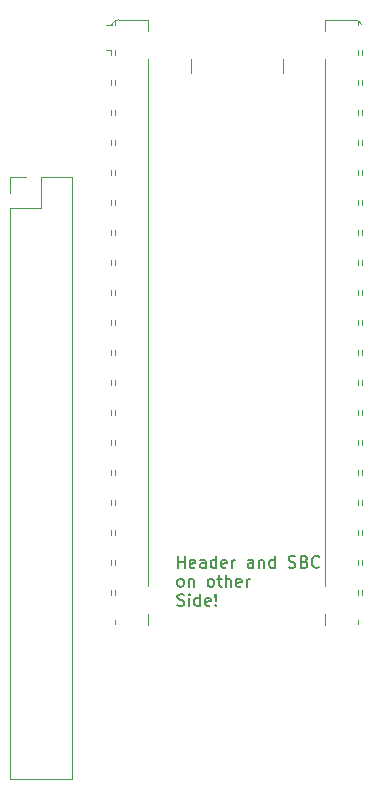
<source format=gto>
%TF.GenerationSoftware,KiCad,Pcbnew,9.0.3*%
%TF.CreationDate,2025-08-16T09:01:18+02:00*%
%TF.ProjectId,PicoCalcPiZero,5069636f-4361-46c6-9350-695a65726f2e,rev?*%
%TF.SameCoordinates,Original*%
%TF.FileFunction,Legend,Top*%
%TF.FilePolarity,Positive*%
%FSLAX46Y46*%
G04 Gerber Fmt 4.6, Leading zero omitted, Abs format (unit mm)*
G04 Created by KiCad (PCBNEW 9.0.3) date 2025-08-16 09:01:18*
%MOMM*%
%LPD*%
G01*
G04 APERTURE LIST*
%ADD10C,0.150000*%
%ADD11C,0.120000*%
G04 APERTURE END LIST*
D10*
X107336779Y-110649931D02*
X107336779Y-109649931D01*
X107336779Y-110126121D02*
X107908207Y-110126121D01*
X107908207Y-110649931D02*
X107908207Y-109649931D01*
X108765350Y-110602312D02*
X108670112Y-110649931D01*
X108670112Y-110649931D02*
X108479636Y-110649931D01*
X108479636Y-110649931D02*
X108384398Y-110602312D01*
X108384398Y-110602312D02*
X108336779Y-110507073D01*
X108336779Y-110507073D02*
X108336779Y-110126121D01*
X108336779Y-110126121D02*
X108384398Y-110030883D01*
X108384398Y-110030883D02*
X108479636Y-109983264D01*
X108479636Y-109983264D02*
X108670112Y-109983264D01*
X108670112Y-109983264D02*
X108765350Y-110030883D01*
X108765350Y-110030883D02*
X108812969Y-110126121D01*
X108812969Y-110126121D02*
X108812969Y-110221359D01*
X108812969Y-110221359D02*
X108336779Y-110316597D01*
X109670112Y-110649931D02*
X109670112Y-110126121D01*
X109670112Y-110126121D02*
X109622493Y-110030883D01*
X109622493Y-110030883D02*
X109527255Y-109983264D01*
X109527255Y-109983264D02*
X109336779Y-109983264D01*
X109336779Y-109983264D02*
X109241541Y-110030883D01*
X109670112Y-110602312D02*
X109574874Y-110649931D01*
X109574874Y-110649931D02*
X109336779Y-110649931D01*
X109336779Y-110649931D02*
X109241541Y-110602312D01*
X109241541Y-110602312D02*
X109193922Y-110507073D01*
X109193922Y-110507073D02*
X109193922Y-110411835D01*
X109193922Y-110411835D02*
X109241541Y-110316597D01*
X109241541Y-110316597D02*
X109336779Y-110268978D01*
X109336779Y-110268978D02*
X109574874Y-110268978D01*
X109574874Y-110268978D02*
X109670112Y-110221359D01*
X110574874Y-110649931D02*
X110574874Y-109649931D01*
X110574874Y-110602312D02*
X110479636Y-110649931D01*
X110479636Y-110649931D02*
X110289160Y-110649931D01*
X110289160Y-110649931D02*
X110193922Y-110602312D01*
X110193922Y-110602312D02*
X110146303Y-110554692D01*
X110146303Y-110554692D02*
X110098684Y-110459454D01*
X110098684Y-110459454D02*
X110098684Y-110173740D01*
X110098684Y-110173740D02*
X110146303Y-110078502D01*
X110146303Y-110078502D02*
X110193922Y-110030883D01*
X110193922Y-110030883D02*
X110289160Y-109983264D01*
X110289160Y-109983264D02*
X110479636Y-109983264D01*
X110479636Y-109983264D02*
X110574874Y-110030883D01*
X111432017Y-110602312D02*
X111336779Y-110649931D01*
X111336779Y-110649931D02*
X111146303Y-110649931D01*
X111146303Y-110649931D02*
X111051065Y-110602312D01*
X111051065Y-110602312D02*
X111003446Y-110507073D01*
X111003446Y-110507073D02*
X111003446Y-110126121D01*
X111003446Y-110126121D02*
X111051065Y-110030883D01*
X111051065Y-110030883D02*
X111146303Y-109983264D01*
X111146303Y-109983264D02*
X111336779Y-109983264D01*
X111336779Y-109983264D02*
X111432017Y-110030883D01*
X111432017Y-110030883D02*
X111479636Y-110126121D01*
X111479636Y-110126121D02*
X111479636Y-110221359D01*
X111479636Y-110221359D02*
X111003446Y-110316597D01*
X111908208Y-110649931D02*
X111908208Y-109983264D01*
X111908208Y-110173740D02*
X111955827Y-110078502D01*
X111955827Y-110078502D02*
X112003446Y-110030883D01*
X112003446Y-110030883D02*
X112098684Y-109983264D01*
X112098684Y-109983264D02*
X112193922Y-109983264D01*
X113717732Y-110649931D02*
X113717732Y-110126121D01*
X113717732Y-110126121D02*
X113670113Y-110030883D01*
X113670113Y-110030883D02*
X113574875Y-109983264D01*
X113574875Y-109983264D02*
X113384399Y-109983264D01*
X113384399Y-109983264D02*
X113289161Y-110030883D01*
X113717732Y-110602312D02*
X113622494Y-110649931D01*
X113622494Y-110649931D02*
X113384399Y-110649931D01*
X113384399Y-110649931D02*
X113289161Y-110602312D01*
X113289161Y-110602312D02*
X113241542Y-110507073D01*
X113241542Y-110507073D02*
X113241542Y-110411835D01*
X113241542Y-110411835D02*
X113289161Y-110316597D01*
X113289161Y-110316597D02*
X113384399Y-110268978D01*
X113384399Y-110268978D02*
X113622494Y-110268978D01*
X113622494Y-110268978D02*
X113717732Y-110221359D01*
X114193923Y-109983264D02*
X114193923Y-110649931D01*
X114193923Y-110078502D02*
X114241542Y-110030883D01*
X114241542Y-110030883D02*
X114336780Y-109983264D01*
X114336780Y-109983264D02*
X114479637Y-109983264D01*
X114479637Y-109983264D02*
X114574875Y-110030883D01*
X114574875Y-110030883D02*
X114622494Y-110126121D01*
X114622494Y-110126121D02*
X114622494Y-110649931D01*
X115527256Y-110649931D02*
X115527256Y-109649931D01*
X115527256Y-110602312D02*
X115432018Y-110649931D01*
X115432018Y-110649931D02*
X115241542Y-110649931D01*
X115241542Y-110649931D02*
X115146304Y-110602312D01*
X115146304Y-110602312D02*
X115098685Y-110554692D01*
X115098685Y-110554692D02*
X115051066Y-110459454D01*
X115051066Y-110459454D02*
X115051066Y-110173740D01*
X115051066Y-110173740D02*
X115098685Y-110078502D01*
X115098685Y-110078502D02*
X115146304Y-110030883D01*
X115146304Y-110030883D02*
X115241542Y-109983264D01*
X115241542Y-109983264D02*
X115432018Y-109983264D01*
X115432018Y-109983264D02*
X115527256Y-110030883D01*
X116717733Y-110602312D02*
X116860590Y-110649931D01*
X116860590Y-110649931D02*
X117098685Y-110649931D01*
X117098685Y-110649931D02*
X117193923Y-110602312D01*
X117193923Y-110602312D02*
X117241542Y-110554692D01*
X117241542Y-110554692D02*
X117289161Y-110459454D01*
X117289161Y-110459454D02*
X117289161Y-110364216D01*
X117289161Y-110364216D02*
X117241542Y-110268978D01*
X117241542Y-110268978D02*
X117193923Y-110221359D01*
X117193923Y-110221359D02*
X117098685Y-110173740D01*
X117098685Y-110173740D02*
X116908209Y-110126121D01*
X116908209Y-110126121D02*
X116812971Y-110078502D01*
X116812971Y-110078502D02*
X116765352Y-110030883D01*
X116765352Y-110030883D02*
X116717733Y-109935645D01*
X116717733Y-109935645D02*
X116717733Y-109840407D01*
X116717733Y-109840407D02*
X116765352Y-109745169D01*
X116765352Y-109745169D02*
X116812971Y-109697550D01*
X116812971Y-109697550D02*
X116908209Y-109649931D01*
X116908209Y-109649931D02*
X117146304Y-109649931D01*
X117146304Y-109649931D02*
X117289161Y-109697550D01*
X118051066Y-110126121D02*
X118193923Y-110173740D01*
X118193923Y-110173740D02*
X118241542Y-110221359D01*
X118241542Y-110221359D02*
X118289161Y-110316597D01*
X118289161Y-110316597D02*
X118289161Y-110459454D01*
X118289161Y-110459454D02*
X118241542Y-110554692D01*
X118241542Y-110554692D02*
X118193923Y-110602312D01*
X118193923Y-110602312D02*
X118098685Y-110649931D01*
X118098685Y-110649931D02*
X117717733Y-110649931D01*
X117717733Y-110649931D02*
X117717733Y-109649931D01*
X117717733Y-109649931D02*
X118051066Y-109649931D01*
X118051066Y-109649931D02*
X118146304Y-109697550D01*
X118146304Y-109697550D02*
X118193923Y-109745169D01*
X118193923Y-109745169D02*
X118241542Y-109840407D01*
X118241542Y-109840407D02*
X118241542Y-109935645D01*
X118241542Y-109935645D02*
X118193923Y-110030883D01*
X118193923Y-110030883D02*
X118146304Y-110078502D01*
X118146304Y-110078502D02*
X118051066Y-110126121D01*
X118051066Y-110126121D02*
X117717733Y-110126121D01*
X119289161Y-110554692D02*
X119241542Y-110602312D01*
X119241542Y-110602312D02*
X119098685Y-110649931D01*
X119098685Y-110649931D02*
X119003447Y-110649931D01*
X119003447Y-110649931D02*
X118860590Y-110602312D01*
X118860590Y-110602312D02*
X118765352Y-110507073D01*
X118765352Y-110507073D02*
X118717733Y-110411835D01*
X118717733Y-110411835D02*
X118670114Y-110221359D01*
X118670114Y-110221359D02*
X118670114Y-110078502D01*
X118670114Y-110078502D02*
X118717733Y-109888026D01*
X118717733Y-109888026D02*
X118765352Y-109792788D01*
X118765352Y-109792788D02*
X118860590Y-109697550D01*
X118860590Y-109697550D02*
X119003447Y-109649931D01*
X119003447Y-109649931D02*
X119098685Y-109649931D01*
X119098685Y-109649931D02*
X119241542Y-109697550D01*
X119241542Y-109697550D02*
X119289161Y-109745169D01*
X107479636Y-112259875D02*
X107384398Y-112212256D01*
X107384398Y-112212256D02*
X107336779Y-112164636D01*
X107336779Y-112164636D02*
X107289160Y-112069398D01*
X107289160Y-112069398D02*
X107289160Y-111783684D01*
X107289160Y-111783684D02*
X107336779Y-111688446D01*
X107336779Y-111688446D02*
X107384398Y-111640827D01*
X107384398Y-111640827D02*
X107479636Y-111593208D01*
X107479636Y-111593208D02*
X107622493Y-111593208D01*
X107622493Y-111593208D02*
X107717731Y-111640827D01*
X107717731Y-111640827D02*
X107765350Y-111688446D01*
X107765350Y-111688446D02*
X107812969Y-111783684D01*
X107812969Y-111783684D02*
X107812969Y-112069398D01*
X107812969Y-112069398D02*
X107765350Y-112164636D01*
X107765350Y-112164636D02*
X107717731Y-112212256D01*
X107717731Y-112212256D02*
X107622493Y-112259875D01*
X107622493Y-112259875D02*
X107479636Y-112259875D01*
X108241541Y-111593208D02*
X108241541Y-112259875D01*
X108241541Y-111688446D02*
X108289160Y-111640827D01*
X108289160Y-111640827D02*
X108384398Y-111593208D01*
X108384398Y-111593208D02*
X108527255Y-111593208D01*
X108527255Y-111593208D02*
X108622493Y-111640827D01*
X108622493Y-111640827D02*
X108670112Y-111736065D01*
X108670112Y-111736065D02*
X108670112Y-112259875D01*
X110051065Y-112259875D02*
X109955827Y-112212256D01*
X109955827Y-112212256D02*
X109908208Y-112164636D01*
X109908208Y-112164636D02*
X109860589Y-112069398D01*
X109860589Y-112069398D02*
X109860589Y-111783684D01*
X109860589Y-111783684D02*
X109908208Y-111688446D01*
X109908208Y-111688446D02*
X109955827Y-111640827D01*
X109955827Y-111640827D02*
X110051065Y-111593208D01*
X110051065Y-111593208D02*
X110193922Y-111593208D01*
X110193922Y-111593208D02*
X110289160Y-111640827D01*
X110289160Y-111640827D02*
X110336779Y-111688446D01*
X110336779Y-111688446D02*
X110384398Y-111783684D01*
X110384398Y-111783684D02*
X110384398Y-112069398D01*
X110384398Y-112069398D02*
X110336779Y-112164636D01*
X110336779Y-112164636D02*
X110289160Y-112212256D01*
X110289160Y-112212256D02*
X110193922Y-112259875D01*
X110193922Y-112259875D02*
X110051065Y-112259875D01*
X110670113Y-111593208D02*
X111051065Y-111593208D01*
X110812970Y-111259875D02*
X110812970Y-112117017D01*
X110812970Y-112117017D02*
X110860589Y-112212256D01*
X110860589Y-112212256D02*
X110955827Y-112259875D01*
X110955827Y-112259875D02*
X111051065Y-112259875D01*
X111384399Y-112259875D02*
X111384399Y-111259875D01*
X111812970Y-112259875D02*
X111812970Y-111736065D01*
X111812970Y-111736065D02*
X111765351Y-111640827D01*
X111765351Y-111640827D02*
X111670113Y-111593208D01*
X111670113Y-111593208D02*
X111527256Y-111593208D01*
X111527256Y-111593208D02*
X111432018Y-111640827D01*
X111432018Y-111640827D02*
X111384399Y-111688446D01*
X112670113Y-112212256D02*
X112574875Y-112259875D01*
X112574875Y-112259875D02*
X112384399Y-112259875D01*
X112384399Y-112259875D02*
X112289161Y-112212256D01*
X112289161Y-112212256D02*
X112241542Y-112117017D01*
X112241542Y-112117017D02*
X112241542Y-111736065D01*
X112241542Y-111736065D02*
X112289161Y-111640827D01*
X112289161Y-111640827D02*
X112384399Y-111593208D01*
X112384399Y-111593208D02*
X112574875Y-111593208D01*
X112574875Y-111593208D02*
X112670113Y-111640827D01*
X112670113Y-111640827D02*
X112717732Y-111736065D01*
X112717732Y-111736065D02*
X112717732Y-111831303D01*
X112717732Y-111831303D02*
X112241542Y-111926541D01*
X113146304Y-112259875D02*
X113146304Y-111593208D01*
X113146304Y-111783684D02*
X113193923Y-111688446D01*
X113193923Y-111688446D02*
X113241542Y-111640827D01*
X113241542Y-111640827D02*
X113336780Y-111593208D01*
X113336780Y-111593208D02*
X113432018Y-111593208D01*
X107289160Y-113822200D02*
X107432017Y-113869819D01*
X107432017Y-113869819D02*
X107670112Y-113869819D01*
X107670112Y-113869819D02*
X107765350Y-113822200D01*
X107765350Y-113822200D02*
X107812969Y-113774580D01*
X107812969Y-113774580D02*
X107860588Y-113679342D01*
X107860588Y-113679342D02*
X107860588Y-113584104D01*
X107860588Y-113584104D02*
X107812969Y-113488866D01*
X107812969Y-113488866D02*
X107765350Y-113441247D01*
X107765350Y-113441247D02*
X107670112Y-113393628D01*
X107670112Y-113393628D02*
X107479636Y-113346009D01*
X107479636Y-113346009D02*
X107384398Y-113298390D01*
X107384398Y-113298390D02*
X107336779Y-113250771D01*
X107336779Y-113250771D02*
X107289160Y-113155533D01*
X107289160Y-113155533D02*
X107289160Y-113060295D01*
X107289160Y-113060295D02*
X107336779Y-112965057D01*
X107336779Y-112965057D02*
X107384398Y-112917438D01*
X107384398Y-112917438D02*
X107479636Y-112869819D01*
X107479636Y-112869819D02*
X107717731Y-112869819D01*
X107717731Y-112869819D02*
X107860588Y-112917438D01*
X108289160Y-113869819D02*
X108289160Y-113203152D01*
X108289160Y-112869819D02*
X108241541Y-112917438D01*
X108241541Y-112917438D02*
X108289160Y-112965057D01*
X108289160Y-112965057D02*
X108336779Y-112917438D01*
X108336779Y-112917438D02*
X108289160Y-112869819D01*
X108289160Y-112869819D02*
X108289160Y-112965057D01*
X109193921Y-113869819D02*
X109193921Y-112869819D01*
X109193921Y-113822200D02*
X109098683Y-113869819D01*
X109098683Y-113869819D02*
X108908207Y-113869819D01*
X108908207Y-113869819D02*
X108812969Y-113822200D01*
X108812969Y-113822200D02*
X108765350Y-113774580D01*
X108765350Y-113774580D02*
X108717731Y-113679342D01*
X108717731Y-113679342D02*
X108717731Y-113393628D01*
X108717731Y-113393628D02*
X108765350Y-113298390D01*
X108765350Y-113298390D02*
X108812969Y-113250771D01*
X108812969Y-113250771D02*
X108908207Y-113203152D01*
X108908207Y-113203152D02*
X109098683Y-113203152D01*
X109098683Y-113203152D02*
X109193921Y-113250771D01*
X110051064Y-113822200D02*
X109955826Y-113869819D01*
X109955826Y-113869819D02*
X109765350Y-113869819D01*
X109765350Y-113869819D02*
X109670112Y-113822200D01*
X109670112Y-113822200D02*
X109622493Y-113726961D01*
X109622493Y-113726961D02*
X109622493Y-113346009D01*
X109622493Y-113346009D02*
X109670112Y-113250771D01*
X109670112Y-113250771D02*
X109765350Y-113203152D01*
X109765350Y-113203152D02*
X109955826Y-113203152D01*
X109955826Y-113203152D02*
X110051064Y-113250771D01*
X110051064Y-113250771D02*
X110098683Y-113346009D01*
X110098683Y-113346009D02*
X110098683Y-113441247D01*
X110098683Y-113441247D02*
X109622493Y-113536485D01*
X110527255Y-113774580D02*
X110574874Y-113822200D01*
X110574874Y-113822200D02*
X110527255Y-113869819D01*
X110527255Y-113869819D02*
X110479636Y-113822200D01*
X110479636Y-113822200D02*
X110527255Y-113774580D01*
X110527255Y-113774580D02*
X110527255Y-113869819D01*
X110527255Y-113488866D02*
X110479636Y-112917438D01*
X110479636Y-112917438D02*
X110527255Y-112869819D01*
X110527255Y-112869819D02*
X110574874Y-112917438D01*
X110574874Y-112917438D02*
X110527255Y-113488866D01*
X110527255Y-113488866D02*
X110527255Y-112869819D01*
D11*
%TO.C,A1*%
X101700000Y-66800000D02*
X101220000Y-66800000D01*
X101700000Y-66800000D02*
X101700000Y-67220000D01*
X101700000Y-69340000D02*
X101700000Y-69760000D01*
X101700000Y-71880000D02*
X101700000Y-72300000D01*
X101700000Y-74420000D02*
X101700000Y-74840000D01*
X101700000Y-76960000D02*
X101700000Y-77380000D01*
X101700000Y-79500000D02*
X101700000Y-79920000D01*
X101700000Y-82040000D02*
X101700000Y-82460000D01*
X101700000Y-84580000D02*
X101700000Y-85000000D01*
X101700000Y-87120000D02*
X101700000Y-87540000D01*
X101700000Y-89660000D02*
X101700000Y-90080000D01*
X101700000Y-92200000D02*
X101700000Y-92620000D01*
X101700000Y-94740000D02*
X101700000Y-95160000D01*
X101700000Y-97280000D02*
X101700000Y-97700000D01*
X101700000Y-99820000D02*
X101700000Y-100240000D01*
X101700000Y-102360000D02*
X101700000Y-102780000D01*
X101700000Y-104900000D02*
X101700000Y-105320000D01*
X101700000Y-107440000D02*
X101700000Y-107860000D01*
X101700000Y-109980000D02*
X101700000Y-110400000D01*
X101700000Y-112520000D02*
X101700000Y-112940000D01*
X101730324Y-64680000D02*
X101220000Y-64680000D01*
X102040000Y-64680063D02*
X102040000Y-64323000D01*
X102040000Y-66800000D02*
X102040000Y-67220000D01*
X102040000Y-69340000D02*
X102040000Y-69760000D01*
X102040000Y-71880000D02*
X102040000Y-72300000D01*
X102040000Y-74420000D02*
X102040000Y-74840000D01*
X102040000Y-76960000D02*
X102040000Y-77380000D01*
X102040000Y-79500000D02*
X102040000Y-79920000D01*
X102040000Y-82040000D02*
X102040000Y-82460000D01*
X102040000Y-84580000D02*
X102040000Y-85000000D01*
X102040000Y-87120000D02*
X102040000Y-87540000D01*
X102040000Y-89660000D02*
X102040000Y-90080000D01*
X102040000Y-92200000D02*
X102040000Y-92620000D01*
X102040000Y-94740000D02*
X102040000Y-95160000D01*
X102040000Y-97280000D02*
X102040000Y-97700000D01*
X102040000Y-99820000D02*
X102040000Y-100240000D01*
X102040000Y-102360000D02*
X102040000Y-102780000D01*
X102040000Y-104900000D02*
X102040000Y-105320000D01*
X102040000Y-107440000D02*
X102040000Y-107860000D01*
X102040000Y-109980000D02*
X102040000Y-110400000D01*
X102040000Y-112520000D02*
X102040000Y-112940000D01*
X102040000Y-115059937D02*
X102040000Y-115417000D01*
X102310000Y-64260000D02*
X104800000Y-64260000D01*
X104800000Y-64260000D02*
X104800000Y-65173520D01*
X104800000Y-67566480D02*
X104800000Y-112173520D01*
X104800000Y-114566480D02*
X104800000Y-115480000D01*
X108410000Y-67564000D02*
X108410000Y-68780000D01*
X116210000Y-67564000D02*
X116210000Y-68780000D01*
X119820000Y-64260000D02*
X119820000Y-65173520D01*
X119820000Y-67566480D02*
X119820000Y-112173520D01*
X119820000Y-114566480D02*
X119820000Y-115480000D01*
X122310000Y-64260000D02*
X119820000Y-64260000D01*
X122580000Y-64680063D02*
X122580000Y-64323000D01*
X122580000Y-66800000D02*
X122580000Y-67220000D01*
X122580000Y-69340000D02*
X122580000Y-69760000D01*
X122580000Y-71880000D02*
X122580000Y-72300000D01*
X122580000Y-74420000D02*
X122580000Y-74840000D01*
X122580000Y-76960000D02*
X122580000Y-77380000D01*
X122580000Y-79500000D02*
X122580000Y-79920000D01*
X122580000Y-82040000D02*
X122580000Y-82460000D01*
X122580000Y-84580000D02*
X122580000Y-85000000D01*
X122580000Y-87120000D02*
X122580000Y-87540000D01*
X122580000Y-89660000D02*
X122580000Y-90080000D01*
X122580000Y-92200000D02*
X122580000Y-92620000D01*
X122580000Y-94740000D02*
X122580000Y-95160000D01*
X122580000Y-97280000D02*
X122580000Y-97700000D01*
X122580000Y-99820000D02*
X122580000Y-100240000D01*
X122580000Y-102360000D02*
X122580000Y-102780000D01*
X122580000Y-104900000D02*
X122580000Y-105320000D01*
X122580000Y-107440000D02*
X122580000Y-107860000D01*
X122580000Y-109980000D02*
X122580000Y-110400000D01*
X122580000Y-112520000D02*
X122580000Y-112940000D01*
X122580000Y-115059937D02*
X122580000Y-115417000D01*
X122920000Y-66800000D02*
X122920000Y-67220000D01*
X122920000Y-69340000D02*
X122920000Y-69760000D01*
X122920000Y-71880000D02*
X122920000Y-72300000D01*
X122920000Y-74420000D02*
X122920000Y-74840000D01*
X122920000Y-76960000D02*
X122920000Y-77380000D01*
X122920000Y-79500000D02*
X122920000Y-79920000D01*
X122920000Y-82040000D02*
X122920000Y-82460000D01*
X122920000Y-84580000D02*
X122920000Y-85000000D01*
X122920000Y-87120000D02*
X122920000Y-87540000D01*
X122920000Y-89660000D02*
X122920000Y-90080000D01*
X122920000Y-92200000D02*
X122920000Y-92620000D01*
X122920000Y-94740000D02*
X122920000Y-95160000D01*
X122920000Y-97280000D02*
X122920000Y-97700000D01*
X122920000Y-99820000D02*
X122920000Y-100240000D01*
X122920000Y-102360000D02*
X122920000Y-102780000D01*
X122920000Y-104900000D02*
X122920000Y-105320000D01*
X122920000Y-107440000D02*
X122920000Y-107860000D01*
X122920000Y-109980000D02*
X122920000Y-110400000D01*
X122920000Y-112520000D02*
X122920000Y-112940000D01*
X101730324Y-64680000D02*
G75*
G02*
X102310000Y-64260000I579692J-190051D01*
G01*
X122310000Y-64260000D02*
G75*
G02*
X122889676Y-64680063I0J-610000D01*
G01*
%TO.C,J2*%
X93080000Y-77540000D02*
X94460000Y-77540000D01*
X93080000Y-78920000D02*
X93080000Y-77540000D01*
X93080000Y-80190000D02*
X93080000Y-128560000D01*
X93080000Y-80190000D02*
X95730000Y-80190000D01*
X93080000Y-128560000D02*
X98380000Y-128560000D01*
X95730000Y-77540000D02*
X98380000Y-77540000D01*
X95730000Y-80190000D02*
X95730000Y-77540000D01*
X98380000Y-77540000D02*
X98380000Y-128560000D01*
%TD*%
M02*

</source>
